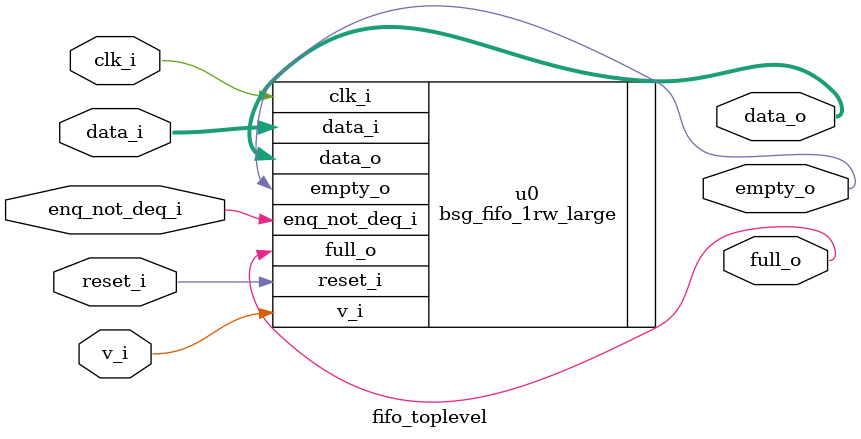
<source format=v>
module fifo_toplevel #(parameter width_p = 0
                     , parameter els_p = 0
		     , parameter verbose_p = 0
                     )
   (input                  clk_i
    , input                reset_i
    , input [width_p-1:0]  data_i
    , input                v_i
    , input                enq_not_deq_i

    // full and empty are richer
    // than ready_enq and ready_deq
    // which could mean just this cycle

    , output full_o
    , output empty_o
    , output [width_p-1:0] data_o
    );


   bsg_fifo_1rw_large #(.width_p(width_p), .els_p(els_p), .verbose_p(verbose_p)) u0 (.clk_i(clk_i), .reset_i(reset_i), .data_i(data_i), .v_i(v_i), .enq_not_deq_i(enq_not_deq_i), .full_o(full_o), .empty_o(empty_o), .data_o(data_o));

endmodule

</source>
